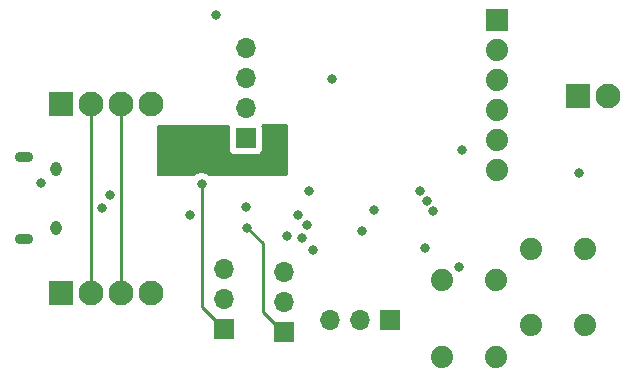
<source format=gbr>
%TF.GenerationSoftware,KiCad,Pcbnew,6.0.11-2627ca5db0~126~ubuntu22.04.1*%
%TF.CreationDate,2023-02-25T15:14:03-05:00*%
%TF.ProjectId,canbus-thermistor,63616e62-7573-42d7-9468-65726d697374,1.0*%
%TF.SameCoordinates,Original*%
%TF.FileFunction,Copper,L3,Inr*%
%TF.FilePolarity,Positive*%
%FSLAX46Y46*%
G04 Gerber Fmt 4.6, Leading zero omitted, Abs format (unit mm)*
G04 Created by KiCad (PCBNEW 6.0.11-2627ca5db0~126~ubuntu22.04.1) date 2023-02-25 15:14:03*
%MOMM*%
%LPD*%
G01*
G04 APERTURE LIST*
%TA.AperFunction,ComponentPad*%
%ADD10R,1.700000X1.700000*%
%TD*%
%TA.AperFunction,ComponentPad*%
%ADD11O,1.700000X1.700000*%
%TD*%
%TA.AperFunction,ComponentPad*%
%ADD12R,1.879600X1.879600*%
%TD*%
%TA.AperFunction,ComponentPad*%
%ADD13C,1.879600*%
%TD*%
%TA.AperFunction,ComponentPad*%
%ADD14R,2.100000X2.100000*%
%TD*%
%TA.AperFunction,ComponentPad*%
%ADD15C,2.100000*%
%TD*%
%TA.AperFunction,ComponentPad*%
%ADD16O,0.950000X1.250000*%
%TD*%
%TA.AperFunction,ComponentPad*%
%ADD17O,1.550000X0.890000*%
%TD*%
%TA.AperFunction,ViaPad*%
%ADD18C,0.800000*%
%TD*%
%TA.AperFunction,Conductor*%
%ADD19C,0.250000*%
%TD*%
G04 APERTURE END LIST*
D10*
%TO.N,+5V*%
%TO.C,U3*%
X75247300Y-81002600D03*
D11*
%TO.N,GND*%
X75247300Y-78462600D03*
%TO.N,+12V*%
X75247300Y-75922600D03*
%TO.N,unconnected-(U3-Pad4)*%
X75247300Y-73382600D03*
%TD*%
D12*
%TO.N,unconnected-(J2-Pad1)*%
%TO.C,J2*%
X96500000Y-70990000D03*
D13*
%TO.N,RXD2*%
X96500000Y-73530000D03*
%TO.N,TXD2*%
X96500000Y-76070000D03*
%TO.N,Net-(JP3-Pad1)*%
X96500000Y-78610000D03*
%TO.N,unconnected-(J2-Pad5)*%
X96500000Y-81150000D03*
%TO.N,GND*%
X96500000Y-83690000D03*
%TD*%
%TO.N,GND*%
%TO.C,S2*%
X103960600Y-90323800D03*
%TO.N,unconnected-(S2-Pad2)*%
X103960600Y-96826200D03*
%TO.N,~{RESET}*%
X99439400Y-90323800D03*
%TO.N,unconnected-(S2-Pad4)*%
X99439400Y-96826200D03*
%TD*%
%TO.N,+3V3*%
%TO.C,S1*%
X96435600Y-92998800D03*
%TO.N,unconnected-(S1-Pad2)*%
X96435600Y-99501200D03*
%TO.N,Net-(R1-Pad1)*%
X91914400Y-92998800D03*
%TO.N,unconnected-(S1-Pad4)*%
X91914400Y-99501200D03*
%TD*%
D10*
%TO.N,CAN_TX*%
%TO.C,JP2*%
X78525000Y-97425000D03*
D11*
%TO.N,Net-(JP2-Pad2)*%
X78525000Y-94885000D03*
%TO.N,USB_D+*%
X78525000Y-92345000D03*
%TD*%
D10*
%TO.N,CAN_RX*%
%TO.C,JP1*%
X73400000Y-97140000D03*
D11*
%TO.N,Net-(JP1-Pad2)*%
X73400000Y-94600000D03*
%TO.N,USB_D-*%
X73400000Y-92060000D03*
%TD*%
D10*
%TO.N,SWDIO*%
%TO.C,J6*%
X87490000Y-96350000D03*
D11*
%TO.N,GND*%
X84950000Y-96350000D03*
%TO.N,SWDCLK*%
X82410000Y-96350000D03*
%TD*%
D14*
%TO.N,+BATT*%
%TO.C,J5*%
X59625000Y-94100000D03*
D15*
%TO.N,CANH*%
X62165000Y-94100000D03*
%TO.N,CANL*%
X64705000Y-94100000D03*
%TO.N,GND*%
X67245000Y-94100000D03*
%TD*%
D14*
%TO.N,+BATT*%
%TO.C,J4*%
X59660000Y-78075000D03*
D15*
%TO.N,CANH*%
X62200000Y-78075000D03*
%TO.N,CANL*%
X64740000Y-78075000D03*
%TO.N,GND*%
X67280000Y-78075000D03*
%TD*%
D14*
%TO.N,VTHERM*%
%TO.C,J3*%
X103350000Y-77425000D03*
D15*
%TO.N,GND*%
X105890000Y-77425000D03*
%TD*%
D16*
%TO.N,GND*%
%TO.C,J1*%
X59210000Y-88550000D03*
D17*
X56510000Y-89550000D03*
D16*
X59210000Y-83550000D03*
D17*
X56510000Y-82550000D03*
%TD*%
D18*
%TO.N,RXD2*%
X89990592Y-85482770D03*
%TO.N,TXD2*%
X90600000Y-86275000D03*
%TO.N,VBAT_MON*%
X86125000Y-87100000D03*
%TO.N,VTHERM*%
X91125000Y-87150000D03*
%TO.N,VBAT_MON*%
X82550000Y-75950000D03*
%TO.N,+3V3*%
X93575000Y-81950000D03*
X78750000Y-89250000D03*
%TO.N,GND*%
X80600000Y-85425000D03*
%TO.N,+3V3*%
X103450000Y-83900000D03*
X85100000Y-88800000D03*
%TO.N,GND*%
X93350000Y-91850000D03*
%TO.N,~{RESET}*%
X90475000Y-90300000D03*
%TO.N,GND*%
X72725000Y-70575000D03*
%TO.N,CAN_STBY*%
X79650000Y-87500000D03*
X70550000Y-87450000D03*
%TO.N,GND*%
X80450000Y-88350000D03*
%TO.N,Net-(JP2-Pad2)*%
X80950000Y-90450000D03*
%TO.N,Net-(JP1-Pad2)*%
X80025000Y-89475000D03*
%TO.N,CAN_TX*%
X75400000Y-88550000D03*
%TO.N,CAN_RX*%
X71525000Y-84850000D03*
%TO.N,GND*%
X75300000Y-86775000D03*
%TO.N,USB_D+*%
X63050000Y-86875000D03*
%TO.N,USB_D-*%
X63750000Y-85825000D03*
%TO.N,+3V3*%
X78150000Y-80600000D03*
X68975000Y-82275000D03*
%TO.N,VBUS*%
X57884502Y-84775000D03*
%TD*%
D19*
%TO.N,CAN_TX*%
X75400000Y-88550000D02*
X76700000Y-89850000D01*
X76700000Y-89850000D02*
X76700000Y-95725000D01*
X76700000Y-95725000D02*
X78400000Y-97425000D01*
X78400000Y-97425000D02*
X78525000Y-97425000D01*
%TO.N,CAN_RX*%
X71525000Y-84850000D02*
X71525000Y-95265000D01*
X71525000Y-95265000D02*
X73400000Y-97140000D01*
%TO.N,CANL*%
X64705000Y-94100000D02*
X64705000Y-78110000D01*
X64705000Y-78110000D02*
X64740000Y-78075000D01*
%TO.N,CANH*%
X62165000Y-94100000D02*
X62165000Y-78110000D01*
X62165000Y-78110000D02*
X62200000Y-78075000D01*
%TD*%
%TA.AperFunction,Conductor*%
%TO.N,+3V3*%
G36*
X78791165Y-79820532D02*
G01*
X78838139Y-79873768D01*
X78850000Y-79927138D01*
X78850000Y-84024000D01*
X78829998Y-84092121D01*
X78776342Y-84138614D01*
X78724000Y-84150000D01*
X72148105Y-84150000D01*
X72074044Y-84125936D01*
X71987094Y-84062763D01*
X71987093Y-84062762D01*
X71981752Y-84058882D01*
X71975724Y-84056198D01*
X71975722Y-84056197D01*
X71813319Y-83983891D01*
X71813318Y-83983891D01*
X71807288Y-83981206D01*
X71713887Y-83961353D01*
X71626944Y-83942872D01*
X71626939Y-83942872D01*
X71620487Y-83941500D01*
X71429513Y-83941500D01*
X71423061Y-83942872D01*
X71423056Y-83942872D01*
X71336113Y-83961353D01*
X71242712Y-83981206D01*
X71236682Y-83983891D01*
X71236681Y-83983891D01*
X71074278Y-84056197D01*
X71074276Y-84056198D01*
X71068248Y-84058882D01*
X71062907Y-84062762D01*
X71062906Y-84062763D01*
X70975956Y-84125936D01*
X70901895Y-84150000D01*
X67851000Y-84150000D01*
X67782879Y-84129998D01*
X67736386Y-84076342D01*
X67725000Y-84024000D01*
X67725000Y-80024873D01*
X67745002Y-79956752D01*
X67798658Y-79910259D01*
X67849867Y-79898878D01*
X70256931Y-79877241D01*
X73786393Y-79845516D01*
X73854689Y-79864904D01*
X73901663Y-79918140D01*
X73912398Y-79988320D01*
X73905506Y-80015739D01*
X73895555Y-80042284D01*
X73888800Y-80104466D01*
X73888800Y-81900734D01*
X73895555Y-81962916D01*
X73946685Y-82099305D01*
X74034039Y-82215861D01*
X74150595Y-82303215D01*
X74286984Y-82354345D01*
X74349166Y-82361100D01*
X76145434Y-82361100D01*
X76207616Y-82354345D01*
X76344005Y-82303215D01*
X76460561Y-82215861D01*
X76547915Y-82099305D01*
X76599045Y-81962916D01*
X76605800Y-81900734D01*
X76605800Y-80104466D01*
X76599045Y-80042284D01*
X76579289Y-79989585D01*
X76574106Y-79918779D01*
X76608026Y-79856410D01*
X76670281Y-79822281D01*
X76696138Y-79819361D01*
X78722867Y-79801143D01*
X78791165Y-79820532D01*
G37*
%TD.AperFunction*%
%TD*%
M02*

</source>
